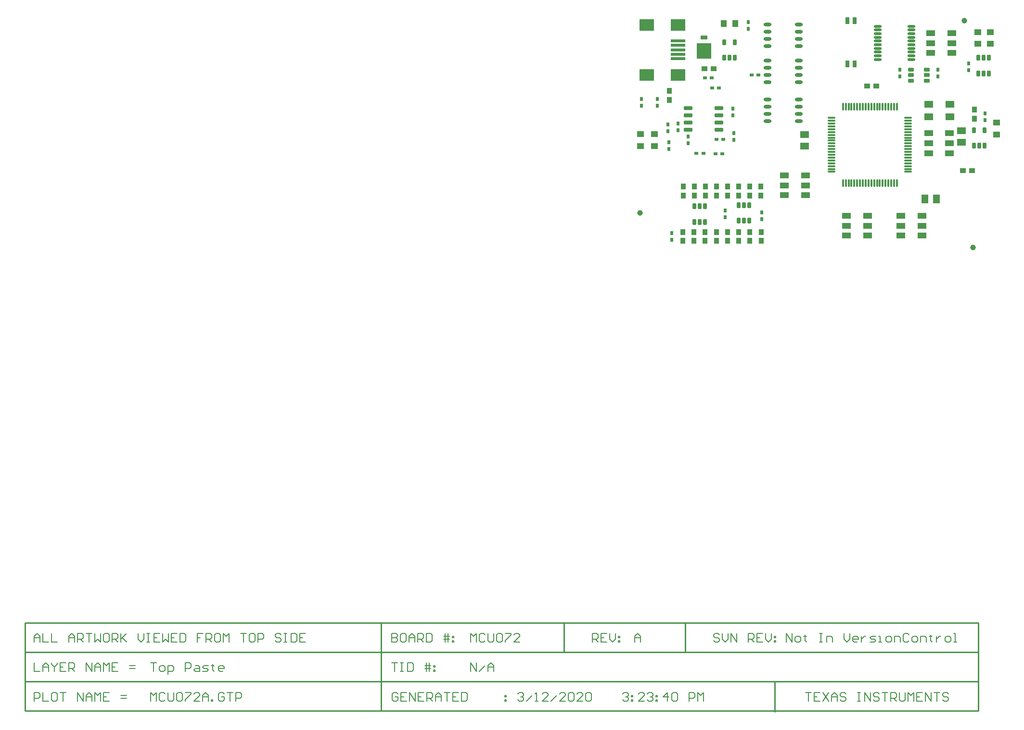
<source format=gtp>
G04*
G04 #@! TF.GenerationSoftware,Altium Limited,Altium Designer,18.1.9 (240)*
G04*
G04 Layer_Color=9021481*
%FSAX44Y44*%
%MOMM*%
G71*
G01*
G75*
%ADD15C,0.2032*%
%ADD24C,0.2540*%
%ADD25R,0.9500X1.0000*%
%ADD26R,1.2000X1.1000*%
%ADD27R,1.2700X0.7620*%
%ADD28R,2.5400X2.6670*%
%ADD29R,2.5000X2.0000*%
%ADD30R,2.5000X0.5000*%
%ADD31R,1.6000X1.0000*%
%ADD32R,1.6000X1.0000*%
%ADD33R,0.7600X1.2700*%
G04:AMPARAMS|DCode=34|XSize=0.6mm|YSize=1.45mm|CornerRadius=0.051mm|HoleSize=0mm|Usage=FLASHONLY|Rotation=90.000|XOffset=0mm|YOffset=0mm|HoleType=Round|Shape=RoundedRectangle|*
%AMROUNDEDRECTD34*
21,1,0.6000,1.3480,0,0,90.0*
21,1,0.4980,1.4500,0,0,90.0*
1,1,0.1020,0.6740,0.2490*
1,1,0.1020,0.6740,-0.2490*
1,1,0.1020,-0.6740,-0.2490*
1,1,0.1020,-0.6740,0.2490*
%
%ADD34ROUNDEDRECTD34*%
%ADD35O,1.4000X0.4500*%
%ADD36O,0.3000X1.4500*%
%ADD37O,1.4500X0.3000*%
%ADD38C,1.0000*%
%ADD39R,1.6000X1.2500*%
G04:AMPARAMS|DCode=40|XSize=0.6mm|YSize=1mm|CornerRadius=0.051mm|HoleSize=0mm|Usage=FLASHONLY|Rotation=90.000|XOffset=0mm|YOffset=0mm|HoleType=Round|Shape=RoundedRectangle|*
%AMROUNDEDRECTD40*
21,1,0.6000,0.8980,0,0,90.0*
21,1,0.4980,1.0000,0,0,90.0*
1,1,0.1020,0.4490,0.2490*
1,1,0.1020,0.4490,-0.2490*
1,1,0.1020,-0.4490,-0.2490*
1,1,0.1020,-0.4490,0.2490*
%
%ADD40ROUNDEDRECTD40*%
G04:AMPARAMS|DCode=41|XSize=0.6mm|YSize=1mm|CornerRadius=0.051mm|HoleSize=0mm|Usage=FLASHONLY|Rotation=180.000|XOffset=0mm|YOffset=0mm|HoleType=Round|Shape=RoundedRectangle|*
%AMROUNDEDRECTD41*
21,1,0.6000,0.8980,0,0,180.0*
21,1,0.4980,1.0000,0,0,180.0*
1,1,0.1020,-0.2490,0.4490*
1,1,0.1020,0.2490,0.4490*
1,1,0.1020,0.2490,-0.4490*
1,1,0.1020,-0.2490,-0.4490*
%
%ADD41ROUNDEDRECTD41*%
%ADD42O,1.3970X0.6000*%
%ADD43R,1.6002X1.2700*%
%ADD44R,0.6000X0.8000*%
%ADD45R,0.8000X0.6000*%
%ADD46R,1.0000X0.9500*%
%ADD47R,1.1000X1.2000*%
%ADD48R,1.2700X1.6002*%
G54D15*
X00322326Y00186814D02*
X00332483D01*
X00327404D01*
Y00171579D01*
X00340100D02*
X00345179D01*
X00347718Y00174118D01*
Y00179196D01*
X00345179Y00181735D01*
X00340100D01*
X00337561Y00179196D01*
Y00174118D01*
X00340100Y00171579D01*
X00352796Y00166500D02*
Y00181735D01*
X00360414D01*
X00362953Y00179196D01*
Y00174118D01*
X00360414Y00171579D01*
X00352796D01*
X00383266D02*
Y00186814D01*
X00390884D01*
X00393423Y00184275D01*
Y00179196D01*
X00390884Y00176657D01*
X00383266D01*
X00401040Y00181735D02*
X00406119D01*
X00408658Y00179196D01*
Y00171579D01*
X00401040D01*
X00398501Y00174118D01*
X00401040Y00176657D01*
X00408658D01*
X00413736Y00171579D02*
X00421354D01*
X00423893Y00174118D01*
X00421354Y00176657D01*
X00416276D01*
X00413736Y00179196D01*
X00416276Y00181735D01*
X00423893D01*
X00431511Y00184275D02*
Y00181735D01*
X00428971D01*
X00434050D01*
X00431511D01*
Y00174118D01*
X00434050Y00171579D01*
X00449285D02*
X00444207D01*
X00441667Y00174118D01*
Y00179196D01*
X00444207Y00181735D01*
X00449285D01*
X00451824Y00179196D01*
Y00176657D01*
X00441667D01*
X01441196Y00223097D02*
Y00238332D01*
X01451353Y00223097D01*
Y00238332D01*
X01458970Y00223097D02*
X01464049D01*
X01466588Y00225636D01*
Y00230714D01*
X01464049Y00233253D01*
X01458970D01*
X01456431Y00230714D01*
Y00225636D01*
X01458970Y00223097D01*
X01474205Y00235793D02*
Y00233253D01*
X01471666D01*
X01476745D01*
X01474205D01*
Y00225636D01*
X01476745Y00223097D01*
X01499597Y00238332D02*
X01504675D01*
X01502136D01*
Y00223097D01*
X01499597D01*
X01504675D01*
X01512293D02*
Y00233253D01*
X01519910D01*
X01522450Y00230714D01*
Y00223097D01*
X01542763Y00238332D02*
Y00228175D01*
X01547841Y00223097D01*
X01552920Y00228175D01*
Y00238332D01*
X01565616Y00223097D02*
X01560537D01*
X01557998Y00225636D01*
Y00230714D01*
X01560537Y00233253D01*
X01565616D01*
X01568155Y00230714D01*
Y00228175D01*
X01557998D01*
X01573233Y00233253D02*
Y00223097D01*
Y00228175D01*
X01575773Y00230714D01*
X01578312Y00233253D01*
X01580851D01*
X01588468Y00223097D02*
X01596086D01*
X01598625Y00225636D01*
X01596086Y00228175D01*
X01591008D01*
X01588468Y00230714D01*
X01591008Y00233253D01*
X01598625D01*
X01603703Y00223097D02*
X01608782D01*
X01606243D01*
Y00233253D01*
X01603703D01*
X01618938Y00223097D02*
X01624017D01*
X01626556Y00225636D01*
Y00230714D01*
X01624017Y00233253D01*
X01618938D01*
X01616399Y00230714D01*
Y00225636D01*
X01618938Y00223097D01*
X01631634D02*
Y00233253D01*
X01639252D01*
X01641791Y00230714D01*
Y00223097D01*
X01657026Y00235793D02*
X01654487Y00238332D01*
X01649409D01*
X01646870Y00235793D01*
Y00225636D01*
X01649409Y00223097D01*
X01654487D01*
X01657026Y00225636D01*
X01664644Y00223097D02*
X01669722D01*
X01672261Y00225636D01*
Y00230714D01*
X01669722Y00233253D01*
X01664644D01*
X01662104Y00230714D01*
Y00225636D01*
X01664644Y00223097D01*
X01677340D02*
Y00233253D01*
X01684957D01*
X01687496Y00230714D01*
Y00223097D01*
X01695114Y00235793D02*
Y00233253D01*
X01692575D01*
X01697653D01*
X01695114D01*
Y00225636D01*
X01697653Y00223097D01*
X01705271Y00233253D02*
Y00223097D01*
Y00228175D01*
X01707810Y00230714D01*
X01710349Y00233253D01*
X01712888D01*
X01723045Y00223097D02*
X01728123D01*
X01730662Y00225636D01*
Y00230714D01*
X01728123Y00233253D01*
X01723045D01*
X01720506Y00230714D01*
Y00225636D01*
X01723045Y00223097D01*
X01735741D02*
X01740819D01*
X01738280D01*
Y00238332D01*
X01735741D01*
X01322829Y00235793D02*
X01320289Y00238332D01*
X01315211D01*
X01312672Y00235793D01*
Y00233253D01*
X01315211Y00230714D01*
X01320289D01*
X01322829Y00228175D01*
Y00225636D01*
X01320289Y00223097D01*
X01315211D01*
X01312672Y00225636D01*
X01327907Y00238332D02*
Y00228175D01*
X01332985Y00223097D01*
X01338064Y00228175D01*
Y00238332D01*
X01343142Y00223097D02*
Y00238332D01*
X01353299Y00223097D01*
Y00238332D01*
X01373612Y00223097D02*
Y00238332D01*
X01381230D01*
X01383769Y00235793D01*
Y00230714D01*
X01381230Y00228175D01*
X01373612D01*
X01378691D02*
X01383769Y00223097D01*
X01399004Y00238332D02*
X01388847D01*
Y00223097D01*
X01399004D01*
X01388847Y00230714D02*
X01393926D01*
X01404082Y00238332D02*
Y00228175D01*
X01409161Y00223097D01*
X01414239Y00228175D01*
Y00238332D01*
X01419317Y00233253D02*
X01421857D01*
Y00230714D01*
X01419317D01*
Y00233253D01*
Y00225636D02*
X01421857D01*
Y00223097D01*
X01419317D01*
Y00225636D01*
X01099820Y00223097D02*
Y00238332D01*
X01107438D01*
X01109977Y00235793D01*
Y00230714D01*
X01107438Y00228175D01*
X01099820D01*
X01104898D02*
X01109977Y00223097D01*
X01125212Y00238332D02*
X01115055D01*
Y00223097D01*
X01125212D01*
X01115055Y00230714D02*
X01120133D01*
X01130290Y00238332D02*
Y00228175D01*
X01135368Y00223097D01*
X01140447Y00228175D01*
Y00238332D01*
X01145525Y00233253D02*
X01148064D01*
Y00230714D01*
X01145525D01*
Y00233253D01*
Y00225636D02*
X01148064D01*
Y00223097D01*
X01145525D01*
Y00225636D01*
X00322326Y00119295D02*
Y00134530D01*
X00327404Y00129452D01*
X00332483Y00134530D01*
Y00119295D01*
X00347718Y00131991D02*
X00345179Y00134530D01*
X00340100D01*
X00337561Y00131991D01*
Y00121834D01*
X00340100Y00119295D01*
X00345179D01*
X00347718Y00121834D01*
X00352796Y00134530D02*
Y00121834D01*
X00355335Y00119295D01*
X00360414D01*
X00362953Y00121834D01*
Y00134530D01*
X00368031Y00131991D02*
X00370570Y00134530D01*
X00375649D01*
X00378188Y00131991D01*
Y00121834D01*
X00375649Y00119295D01*
X00370570D01*
X00368031Y00121834D01*
Y00131991D01*
X00383266Y00134530D02*
X00393423D01*
Y00131991D01*
X00383266Y00121834D01*
Y00119295D01*
X00408658D02*
X00398501D01*
X00408658Y00129452D01*
Y00131991D01*
X00406119Y00134530D01*
X00401040D01*
X00398501Y00131991D01*
X00413736Y00119295D02*
Y00129452D01*
X00418815Y00134530D01*
X00423893Y00129452D01*
Y00119295D01*
Y00126912D01*
X00413736D01*
X00428971Y00119295D02*
Y00121834D01*
X00431511D01*
Y00119295D01*
X00428971D01*
X00451824Y00131991D02*
X00449285Y00134530D01*
X00444207D01*
X00441667Y00131991D01*
Y00121834D01*
X00444207Y00119295D01*
X00449285D01*
X00451824Y00121834D01*
Y00126912D01*
X00446746D01*
X00456903Y00134530D02*
X00467059D01*
X00461981D01*
Y00119295D01*
X00472137D02*
Y00134530D01*
X00479755D01*
X00482294Y00131991D01*
Y00126912D01*
X00479755Y00124373D01*
X00472137D01*
X00968121Y00131991D02*
X00970660Y00134530D01*
X00975739D01*
X00978278Y00131991D01*
Y00129452D01*
X00975739Y00126912D01*
X00973199D01*
X00975739D01*
X00978278Y00124373D01*
Y00121834D01*
X00975739Y00119295D01*
X00970660D01*
X00968121Y00121834D01*
X00983356Y00119295D02*
X00993513Y00129452D01*
X00998591Y00119295D02*
X01003670D01*
X01001130D01*
Y00134530D01*
X00998591Y00131991D01*
X01021444Y00119295D02*
X01011287D01*
X01021444Y00129452D01*
Y00131991D01*
X01018905Y00134530D01*
X01013826D01*
X01011287Y00131991D01*
X01026522Y00119295D02*
X01036679Y00129452D01*
X01051914Y00119295D02*
X01041757D01*
X01051914Y00129452D01*
Y00131991D01*
X01049375Y00134530D01*
X01044296D01*
X01041757Y00131991D01*
X01056992D02*
X01059531Y00134530D01*
X01064610D01*
X01067149Y00131991D01*
Y00121834D01*
X01064610Y00119295D01*
X01059531D01*
X01056992Y00121834D01*
Y00131991D01*
X01082384Y00119295D02*
X01072227D01*
X01082384Y00129452D01*
Y00131991D01*
X01079845Y00134530D01*
X01074766D01*
X01072227Y00131991D01*
X01087462D02*
X01090002Y00134530D01*
X01095080D01*
X01097619Y00131991D01*
Y00121834D01*
X01095080Y00119295D01*
X01090002D01*
X01087462Y00121834D01*
Y00131991D01*
X00757425D02*
X00754885Y00134530D01*
X00749807D01*
X00747268Y00131991D01*
Y00121834D01*
X00749807Y00119295D01*
X00754885D01*
X00757425Y00121834D01*
Y00126912D01*
X00752346D01*
X00772660Y00134530D02*
X00762503D01*
Y00119295D01*
X00772660D01*
X00762503Y00126912D02*
X00767581D01*
X00777738Y00119295D02*
Y00134530D01*
X00787895Y00119295D01*
Y00134530D01*
X00803130D02*
X00792973D01*
Y00119295D01*
X00803130D01*
X00792973Y00126912D02*
X00798052D01*
X00808208Y00119295D02*
Y00134530D01*
X00815826D01*
X00818365Y00131991D01*
Y00126912D01*
X00815826Y00124373D01*
X00808208D01*
X00813287D02*
X00818365Y00119295D01*
X00823443D02*
Y00129452D01*
X00828522Y00134530D01*
X00833600Y00129452D01*
Y00119295D01*
Y00126912D01*
X00823443D01*
X00838678Y00134530D02*
X00848835D01*
X00843757D01*
Y00119295D01*
X00864070Y00134530D02*
X00853913D01*
Y00119295D01*
X00864070D01*
X00853913Y00126912D02*
X00858992D01*
X00869149Y00134530D02*
Y00119295D01*
X00876766D01*
X00879305Y00121834D01*
Y00131991D01*
X00876766Y00134530D01*
X00869149D01*
X00945324Y00129452D02*
X00947863D01*
Y00126912D01*
X00945324D01*
Y00129452D01*
Y00121834D02*
X00947863D01*
Y00119295D01*
X00945324D01*
Y00121834D01*
X00117729Y00223097D02*
Y00233253D01*
X00122807Y00238332D01*
X00127886Y00233253D01*
Y00223097D01*
Y00230714D01*
X00117729D01*
X00132964Y00238332D02*
Y00223097D01*
X00143121D01*
X00148199Y00238332D02*
Y00223097D01*
X00158356D01*
X00178669D02*
Y00233253D01*
X00183748Y00238332D01*
X00188826Y00233253D01*
Y00223097D01*
Y00230714D01*
X00178669D01*
X00193904Y00223097D02*
Y00238332D01*
X00201522D01*
X00204061Y00235793D01*
Y00230714D01*
X00201522Y00228175D01*
X00193904D01*
X00198983D02*
X00204061Y00223097D01*
X00209139Y00238332D02*
X00219296D01*
X00214218D01*
Y00223097D01*
X00224375Y00238332D02*
Y00223097D01*
X00229453Y00228175D01*
X00234531Y00223097D01*
Y00238332D01*
X00247227D02*
X00242149D01*
X00239610Y00235793D01*
Y00225636D01*
X00242149Y00223097D01*
X00247227D01*
X00249766Y00225636D01*
Y00235793D01*
X00247227Y00238332D01*
X00254845Y00223097D02*
Y00238332D01*
X00262462D01*
X00265001Y00235793D01*
Y00230714D01*
X00262462Y00228175D01*
X00254845D01*
X00259923D02*
X00265001Y00223097D01*
X00270080Y00238332D02*
Y00223097D01*
Y00228175D01*
X00280236Y00238332D01*
X00272619Y00230714D01*
X00280236Y00223097D01*
X00300550Y00238332D02*
Y00228175D01*
X00305628Y00223097D01*
X00310707Y00228175D01*
Y00238332D01*
X00315785D02*
X00320863D01*
X00318324D01*
Y00223097D01*
X00315785D01*
X00320863D01*
X00338638Y00238332D02*
X00328481D01*
Y00223097D01*
X00338638D01*
X00328481Y00230714D02*
X00333559D01*
X00343716Y00238332D02*
Y00223097D01*
X00348794Y00228175D01*
X00353873Y00223097D01*
Y00238332D01*
X00369108D02*
X00358951D01*
Y00223097D01*
X00369108D01*
X00358951Y00230714D02*
X00364029D01*
X00374186Y00238332D02*
Y00223097D01*
X00381804D01*
X00384343Y00225636D01*
Y00235793D01*
X00381804Y00238332D01*
X00374186D01*
X00414813D02*
X00404656D01*
Y00230714D01*
X00409734D01*
X00404656D01*
Y00223097D01*
X00419891D02*
Y00238332D01*
X00427509D01*
X00430048Y00235793D01*
Y00230714D01*
X00427509Y00228175D01*
X00419891D01*
X00424970D02*
X00430048Y00223097D01*
X00442744Y00238332D02*
X00437665D01*
X00435126Y00235793D01*
Y00225636D01*
X00437665Y00223097D01*
X00442744D01*
X00445283Y00225636D01*
Y00235793D01*
X00442744Y00238332D01*
X00450361Y00223097D02*
Y00238332D01*
X00455440Y00233253D01*
X00460518Y00238332D01*
Y00223097D01*
X00480832Y00238332D02*
X00490988D01*
X00485910D01*
Y00223097D01*
X00503684Y00238332D02*
X00498606D01*
X00496067Y00235793D01*
Y00225636D01*
X00498606Y00223097D01*
X00503684D01*
X00506223Y00225636D01*
Y00235793D01*
X00503684Y00238332D01*
X00511302Y00223097D02*
Y00238332D01*
X00518919D01*
X00521458Y00235793D01*
Y00230714D01*
X00518919Y00228175D01*
X00511302D01*
X00551929Y00235793D02*
X00549389Y00238332D01*
X00544311D01*
X00541772Y00235793D01*
Y00233253D01*
X00544311Y00230714D01*
X00549389D01*
X00551929Y00228175D01*
Y00225636D01*
X00549389Y00223097D01*
X00544311D01*
X00541772Y00225636D01*
X00557007Y00238332D02*
X00562085D01*
X00559546D01*
Y00223097D01*
X00557007D01*
X00562085D01*
X00569703Y00238332D02*
Y00223097D01*
X00577320D01*
X00579860Y00225636D01*
Y00235793D01*
X00577320Y00238332D01*
X00569703D01*
X00595095D02*
X00584938D01*
Y00223097D01*
X00595095D01*
X00584938Y00230714D02*
X00590016D01*
X01173861Y00223097D02*
Y00233253D01*
X01178939Y00238332D01*
X01184018Y00233253D01*
Y00223097D01*
Y00230714D01*
X01173861D01*
X00885317Y00223097D02*
Y00238332D01*
X00890395Y00233253D01*
X00895474Y00238332D01*
Y00223097D01*
X00910709Y00235793D02*
X00908170Y00238332D01*
X00903091D01*
X00900552Y00235793D01*
Y00225636D01*
X00903091Y00223097D01*
X00908170D01*
X00910709Y00225636D01*
X00915787Y00238332D02*
Y00225636D01*
X00918326Y00223097D01*
X00923405D01*
X00925944Y00225636D01*
Y00238332D01*
X00931022Y00235793D02*
X00933561Y00238332D01*
X00938640D01*
X00941179Y00235793D01*
Y00225636D01*
X00938640Y00223097D01*
X00933561D01*
X00931022Y00225636D01*
Y00235793D01*
X00946257Y00238332D02*
X00956414D01*
Y00235793D01*
X00946257Y00225636D01*
Y00223097D01*
X00971649D02*
X00961492D01*
X00971649Y00233253D01*
Y00235793D01*
X00969110Y00238332D01*
X00964032D01*
X00961492Y00235793D01*
X00746760Y00238332D02*
Y00223097D01*
X00754378D01*
X00756917Y00225636D01*
Y00228175D01*
X00754378Y00230714D01*
X00746760D01*
X00754378D01*
X00756917Y00233253D01*
Y00235793D01*
X00754378Y00238332D01*
X00746760D01*
X00769613D02*
X00764534D01*
X00761995Y00235793D01*
Y00225636D01*
X00764534Y00223097D01*
X00769613D01*
X00772152Y00225636D01*
Y00235793D01*
X00769613Y00238332D01*
X00777230Y00223097D02*
Y00233253D01*
X00782309Y00238332D01*
X00787387Y00233253D01*
Y00223097D01*
Y00230714D01*
X00777230D01*
X00792465Y00223097D02*
Y00238332D01*
X00800083D01*
X00802622Y00235793D01*
Y00230714D01*
X00800083Y00228175D01*
X00792465D01*
X00797544D02*
X00802622Y00223097D01*
X00807700Y00238332D02*
Y00223097D01*
X00815318D01*
X00817857Y00225636D01*
Y00235793D01*
X00815318Y00238332D01*
X00807700D01*
X00840710Y00223097D02*
Y00238332D01*
X00845788D02*
Y00223097D01*
X00838170Y00233253D02*
X00845788D01*
X00848327D01*
X00838170Y00228175D02*
X00848327D01*
X00853406Y00233253D02*
X00855945D01*
Y00230714D01*
X00853406D01*
Y00233253D01*
Y00225636D02*
X00855945D01*
Y00223097D01*
X00853406D01*
Y00225636D01*
X00117729Y00186814D02*
Y00171579D01*
X00127886D01*
X00132964D02*
Y00181735D01*
X00138042Y00186814D01*
X00143121Y00181735D01*
Y00171579D01*
Y00179196D01*
X00132964D01*
X00148199Y00186814D02*
Y00184275D01*
X00153278Y00179196D01*
X00158356Y00184275D01*
Y00186814D01*
X00153278Y00179196D02*
Y00171579D01*
X00173591Y00186814D02*
X00163434D01*
Y00171579D01*
X00173591D01*
X00163434Y00179196D02*
X00168513D01*
X00178669Y00171579D02*
Y00186814D01*
X00186287D01*
X00188826Y00184275D01*
Y00179196D01*
X00186287Y00176657D01*
X00178669D01*
X00183748D02*
X00188826Y00171579D01*
X00209139D02*
Y00186814D01*
X00219296Y00171579D01*
Y00186814D01*
X00224375Y00171579D02*
Y00181735D01*
X00229453Y00186814D01*
X00234531Y00181735D01*
Y00171579D01*
Y00179196D01*
X00224375D01*
X00239610Y00171579D02*
Y00186814D01*
X00244688Y00181735D01*
X00249766Y00186814D01*
Y00171579D01*
X00265001Y00186814D02*
X00254845D01*
Y00171579D01*
X00265001D01*
X00254845Y00179196D02*
X00259923D01*
X00285315Y00176657D02*
X00295471D01*
X00285315Y00181735D02*
X00295471D01*
X00117729Y00119295D02*
Y00134530D01*
X00125346D01*
X00127886Y00131991D01*
Y00126912D01*
X00125346Y00124373D01*
X00117729D01*
X00132964Y00134530D02*
Y00119295D01*
X00143121D01*
X00155817Y00134530D02*
X00150738D01*
X00148199Y00131991D01*
Y00121834D01*
X00150738Y00119295D01*
X00155817D01*
X00158356Y00121834D01*
Y00131991D01*
X00155817Y00134530D01*
X00163434D02*
X00173591D01*
X00168513D01*
Y00119295D01*
X00193904D02*
Y00134530D01*
X00204061Y00119295D01*
Y00134530D01*
X00209139Y00119295D02*
Y00129452D01*
X00214218Y00134530D01*
X00219296Y00129452D01*
Y00119295D01*
Y00126912D01*
X00209139D01*
X00224375Y00119295D02*
Y00134530D01*
X00229453Y00129452D01*
X00234531Y00134530D01*
Y00119295D01*
X00249766Y00134530D02*
X00239610D01*
Y00119295D01*
X00249766D01*
X00239610Y00126912D02*
X00244688D01*
X00270080Y00124373D02*
X00280236D01*
X00270080Y00129452D02*
X00280236D01*
X01153287Y00131991D02*
X01155826Y00134530D01*
X01160904D01*
X01163444Y00131991D01*
Y00129452D01*
X01160904Y00126912D01*
X01158365D01*
X01160904D01*
X01163444Y00124373D01*
Y00121834D01*
X01160904Y00119295D01*
X01155826D01*
X01153287Y00121834D01*
X01168522Y00129452D02*
X01171061D01*
Y00126912D01*
X01168522D01*
Y00129452D01*
Y00121834D02*
X01171061D01*
Y00119295D01*
X01168522D01*
Y00121834D01*
X01191375Y00119295D02*
X01181218D01*
X01191375Y00129452D01*
Y00131991D01*
X01188836Y00134530D01*
X01183757D01*
X01181218Y00131991D01*
X01196453D02*
X01198992Y00134530D01*
X01204071D01*
X01206610Y00131991D01*
Y00129452D01*
X01204071Y00126912D01*
X01201531D01*
X01204071D01*
X01206610Y00124373D01*
Y00121834D01*
X01204071Y00119295D01*
X01198992D01*
X01196453Y00121834D01*
X01211688Y00129452D02*
X01214227D01*
Y00126912D01*
X01211688D01*
Y00129452D01*
Y00121834D02*
X01214227D01*
Y00119295D01*
X01211688D01*
Y00121834D01*
X01232001Y00119295D02*
Y00134530D01*
X01224384Y00126912D01*
X01234541D01*
X01239619Y00131991D02*
X01242158Y00134530D01*
X01247237D01*
X01249776Y00131991D01*
Y00121834D01*
X01247237Y00119295D01*
X01242158D01*
X01239619Y00121834D01*
Y00131991D01*
X01270089Y00119295D02*
Y00134530D01*
X01277707D01*
X01280246Y00131991D01*
Y00126912D01*
X01277707Y00124373D01*
X01270089D01*
X01285324Y00119295D02*
Y00134530D01*
X01290403Y00129452D01*
X01295481Y00134530D01*
Y00119295D01*
X01474470Y00134530D02*
X01484627D01*
X01479548D01*
Y00119295D01*
X01499862Y00134530D02*
X01489705D01*
Y00119295D01*
X01499862D01*
X01489705Y00126912D02*
X01494783D01*
X01504940Y00134530D02*
X01515097Y00119295D01*
Y00134530D02*
X01504940Y00119295D01*
X01520175D02*
Y00129452D01*
X01525254Y00134530D01*
X01530332Y00129452D01*
Y00119295D01*
Y00126912D01*
X01520175D01*
X01545567Y00131991D02*
X01543028Y00134530D01*
X01537950D01*
X01535410Y00131991D01*
Y00129452D01*
X01537950Y00126912D01*
X01543028D01*
X01545567Y00124373D01*
Y00121834D01*
X01543028Y00119295D01*
X01537950D01*
X01535410Y00121834D01*
X01565880Y00134530D02*
X01570959D01*
X01568420D01*
Y00119295D01*
X01565880D01*
X01570959D01*
X01578576D02*
Y00134530D01*
X01588733Y00119295D01*
Y00134530D01*
X01603968Y00131991D02*
X01601429Y00134530D01*
X01596351D01*
X01593811Y00131991D01*
Y00129452D01*
X01596351Y00126912D01*
X01601429D01*
X01603968Y00124373D01*
Y00121834D01*
X01601429Y00119295D01*
X01596351D01*
X01593811Y00121834D01*
X01609046Y00134530D02*
X01619203D01*
X01614125D01*
Y00119295D01*
X01624281D02*
Y00134530D01*
X01631899D01*
X01634438Y00131991D01*
Y00126912D01*
X01631899Y00124373D01*
X01624281D01*
X01629360D02*
X01634438Y00119295D01*
X01639517Y00134530D02*
Y00121834D01*
X01642056Y00119295D01*
X01647134D01*
X01649673Y00121834D01*
Y00134530D01*
X01654752Y00119295D02*
Y00134530D01*
X01659830Y00129452D01*
X01664908Y00134530D01*
Y00119295D01*
X01680143Y00134530D02*
X01669987D01*
Y00119295D01*
X01680143D01*
X01669987Y00126912D02*
X01675065D01*
X01685222Y00119295D02*
Y00134530D01*
X01695379Y00119295D01*
Y00134530D01*
X01700457D02*
X01710614D01*
X01705535D01*
Y00119295D01*
X01725849Y00131991D02*
X01723309Y00134530D01*
X01718231D01*
X01715692Y00131991D01*
Y00129452D01*
X01718231Y00126912D01*
X01723309D01*
X01725849Y00124373D01*
Y00121834D01*
X01723309Y00119295D01*
X01718231D01*
X01715692Y00121834D01*
X00746760Y00186685D02*
X00756917D01*
X00751838D01*
Y00171450D01*
X00761995Y00186685D02*
X00767073D01*
X00764534D01*
Y00171450D01*
X00761995D01*
X00767073D01*
X00774691Y00186685D02*
Y00171450D01*
X00782309D01*
X00784848Y00173989D01*
Y00184146D01*
X00782309Y00186685D01*
X00774691D01*
X00807700Y00171450D02*
Y00186685D01*
X00812779D02*
Y00171450D01*
X00805161Y00181607D02*
X00812779D01*
X00815318D01*
X00805161Y00176528D02*
X00815318D01*
X00820396Y00181607D02*
X00822935D01*
Y00179067D01*
X00820396D01*
Y00181607D01*
Y00173989D02*
X00822935D01*
Y00171450D01*
X00820396D01*
Y00173989D01*
X00885317Y00171450D02*
Y00186685D01*
X00895474Y00171450D01*
Y00186685D01*
X00900552Y00171450D02*
X00910709Y00181607D01*
X00915787Y00171450D02*
Y00181607D01*
X00920865Y00186685D01*
X00925944Y00181607D01*
Y00171450D01*
Y00179067D01*
X00915787D01*
G54D24*
X01262888Y00205020D02*
Y00256667D01*
X01049528Y00205020D02*
Y00256667D01*
X00101600Y00205020D02*
X01778508D01*
X00101600Y00153374D02*
X01778000D01*
X00101600Y00101727D02*
X01118870D01*
X00101727Y00256667D02*
X01778508D01*
X00101727Y00101727D02*
Y00256667D01*
Y00101727D02*
X00501904D01*
X00101600D02*
Y00256667D01*
X00727710Y00101727D02*
Y00256667D01*
X01778508Y00101727D02*
Y00256667D01*
X01118870Y00101727D02*
X01778508D01*
X01420876Y00100076D02*
Y00151596D01*
G54D25*
X01357116Y00929666D02*
D03*
Y00945666D02*
D03*
X01337449Y00929666D02*
D03*
Y00945666D02*
D03*
X01395704Y01009422D02*
D03*
Y01025422D02*
D03*
X01396467Y00945666D02*
D03*
Y00929666D02*
D03*
X01337466Y01009422D02*
D03*
Y01025422D02*
D03*
X01356879D02*
D03*
Y01009422D02*
D03*
X01235431Y01194332D02*
D03*
Y01178332D02*
D03*
X01771879Y01160867D02*
D03*
Y01144867D02*
D03*
X01317799Y00929666D02*
D03*
Y00945666D02*
D03*
X01259815Y01009422D02*
D03*
Y01025422D02*
D03*
X01318053Y01009422D02*
D03*
Y01025422D02*
D03*
X01298132Y00945666D02*
D03*
Y00929666D02*
D03*
X01279227Y01009422D02*
D03*
Y01025422D02*
D03*
X01376800Y00945666D02*
D03*
Y00929666D02*
D03*
X01376292Y01009422D02*
D03*
Y01025422D02*
D03*
X01298640Y01009422D02*
D03*
Y01025422D02*
D03*
X01278465Y00945666D02*
D03*
Y00929666D02*
D03*
X01258799Y00945666D02*
D03*
Y00929666D02*
D03*
G54D26*
X01799819Y01297924D02*
D03*
Y01276924D02*
D03*
X01777721Y01297924D02*
D03*
Y01276924D02*
D03*
X01810487Y01138321D02*
D03*
Y01117321D02*
D03*
X01209266Y01117746D02*
D03*
Y01096746D02*
D03*
X01184680Y01117702D02*
D03*
Y01096702D02*
D03*
G54D27*
X01296440Y01288146D02*
D03*
G54D28*
Y01264778D02*
D03*
G54D29*
X01195636Y01222562D02*
D03*
Y01310562D02*
D03*
X01250636Y01222562D02*
D03*
Y01310562D02*
D03*
G54D30*
Y01250562D02*
D03*
Y01258562D02*
D03*
Y01266562D02*
D03*
Y01274562D02*
D03*
Y01282562D02*
D03*
G54D31*
X01437403Y01010336D02*
D03*
Y01027836D02*
D03*
Y01045336D02*
D03*
X01474403D02*
D03*
Y01027836D02*
D03*
Y01010336D02*
D03*
X01695213Y01295789D02*
D03*
Y01278288D02*
D03*
Y01260788D02*
D03*
X01732213D02*
D03*
Y01278288D02*
D03*
Y01295789D02*
D03*
X01642381Y00974080D02*
D03*
Y00956580D02*
D03*
Y00939080D02*
D03*
X01679381D02*
D03*
Y00956580D02*
D03*
Y00974080D02*
D03*
X01546648D02*
D03*
Y00956580D02*
D03*
Y00939080D02*
D03*
X01583648D02*
D03*
Y00956580D02*
D03*
Y00974080D02*
D03*
G54D32*
X01728149Y01119389D02*
D03*
Y01101889D02*
D03*
Y01084389D02*
D03*
X01691149D02*
D03*
Y01101889D02*
D03*
Y01119389D02*
D03*
G54D33*
X01548638Y01317752D02*
D03*
X01561338D02*
D03*
Y01241552D02*
D03*
X01548638D02*
D03*
G54D34*
X01322420Y01125332D02*
D03*
Y01138032D02*
D03*
Y01150732D02*
D03*
Y01163432D02*
D03*
X01267920Y01125332D02*
D03*
Y01138032D02*
D03*
Y01150732D02*
D03*
Y01163432D02*
D03*
G54D35*
X01660917Y01249538D02*
D03*
Y01256038D02*
D03*
Y01262538D02*
D03*
Y01269038D02*
D03*
Y01275538D02*
D03*
Y01282038D02*
D03*
Y01288538D02*
D03*
Y01295038D02*
D03*
Y01301538D02*
D03*
Y01308038D02*
D03*
X01601917Y01249538D02*
D03*
Y01256038D02*
D03*
Y01262538D02*
D03*
Y01269038D02*
D03*
Y01275538D02*
D03*
Y01282038D02*
D03*
Y01288538D02*
D03*
Y01295038D02*
D03*
Y01301538D02*
D03*
Y01308038D02*
D03*
G54D36*
X01540537Y01166400D02*
D03*
X01545537D02*
D03*
X01550537D02*
D03*
X01555537D02*
D03*
X01560537D02*
D03*
X01565537D02*
D03*
X01570537D02*
D03*
X01575537D02*
D03*
X01580537D02*
D03*
X01585537D02*
D03*
X01590537D02*
D03*
X01595537D02*
D03*
X01600537D02*
D03*
X01605537D02*
D03*
X01610537D02*
D03*
X01615537D02*
D03*
X01620537D02*
D03*
X01625537D02*
D03*
X01630537D02*
D03*
X01635537D02*
D03*
Y01031900D02*
D03*
X01630537D02*
D03*
X01625537D02*
D03*
X01620537D02*
D03*
X01615537D02*
D03*
X01610537D02*
D03*
X01605537D02*
D03*
X01600537D02*
D03*
X01595537D02*
D03*
X01590537D02*
D03*
X01585537D02*
D03*
X01580537D02*
D03*
X01575537D02*
D03*
X01570537D02*
D03*
X01565537D02*
D03*
X01560537D02*
D03*
X01555537D02*
D03*
X01550537D02*
D03*
X01545537D02*
D03*
X01540537D02*
D03*
G54D37*
X01655287Y01146650D02*
D03*
Y01141650D02*
D03*
Y01136650D02*
D03*
Y01131650D02*
D03*
Y01126650D02*
D03*
Y01121650D02*
D03*
Y01116650D02*
D03*
Y01111650D02*
D03*
Y01106650D02*
D03*
Y01101650D02*
D03*
Y01096650D02*
D03*
Y01091650D02*
D03*
Y01086650D02*
D03*
Y01081650D02*
D03*
Y01076650D02*
D03*
Y01071650D02*
D03*
Y01066650D02*
D03*
Y01061650D02*
D03*
Y01056650D02*
D03*
Y01051650D02*
D03*
X01520787D02*
D03*
Y01056650D02*
D03*
Y01061650D02*
D03*
Y01066650D02*
D03*
Y01071650D02*
D03*
Y01076650D02*
D03*
Y01081650D02*
D03*
Y01086650D02*
D03*
Y01091650D02*
D03*
Y01096650D02*
D03*
Y01101650D02*
D03*
Y01106650D02*
D03*
Y01111650D02*
D03*
Y01116650D02*
D03*
Y01121650D02*
D03*
Y01126650D02*
D03*
Y01131650D02*
D03*
Y01136650D02*
D03*
Y01141650D02*
D03*
Y01146650D02*
D03*
G54D38*
X01754099Y01318158D02*
D03*
X01183361Y00978814D02*
D03*
X01769593Y00918616D02*
D03*
G54D39*
X01728487Y01148364D02*
D03*
X01691487D02*
D03*
Y01170364D02*
D03*
X01728487D02*
D03*
G54D40*
X01687737Y01231418D02*
D03*
Y01221918D02*
D03*
Y01212418D02*
D03*
X01660237D02*
D03*
Y01221918D02*
D03*
Y01231418D02*
D03*
G54D41*
X01356903Y00965284D02*
D03*
X01366403D02*
D03*
X01375903D02*
D03*
Y00992784D02*
D03*
X01366403D02*
D03*
X01356903D02*
D03*
X01771015Y01125092D02*
D03*
X01790015D02*
D03*
Y01097592D02*
D03*
X01780515D02*
D03*
X01771015D02*
D03*
X01331390Y01252552D02*
D03*
X01340890D02*
D03*
X01350390D02*
D03*
Y01280052D02*
D03*
X01331390D02*
D03*
X01778611Y01252372D02*
D03*
X01788111D02*
D03*
X01797611D02*
D03*
Y01224872D02*
D03*
X01788111D02*
D03*
X01778611D02*
D03*
X01279042Y00990888D02*
D03*
X01288542D02*
D03*
X01298042D02*
D03*
Y00963388D02*
D03*
X01288542D02*
D03*
X01279042D02*
D03*
G54D42*
X01462888Y01140612D02*
D03*
Y01153312D02*
D03*
Y01166012D02*
D03*
Y01178712D02*
D03*
X01407770Y01140612D02*
D03*
Y01153312D02*
D03*
Y01166012D02*
D03*
Y01178712D02*
D03*
X01462689Y01272912D02*
D03*
Y01285612D02*
D03*
Y01298312D02*
D03*
Y01311012D02*
D03*
X01407571Y01272912D02*
D03*
Y01285612D02*
D03*
Y01298312D02*
D03*
Y01311012D02*
D03*
X01462689Y01209412D02*
D03*
Y01222112D02*
D03*
Y01234812D02*
D03*
Y01247512D02*
D03*
X01407571Y01209412D02*
D03*
Y01222112D02*
D03*
Y01234812D02*
D03*
Y01247512D02*
D03*
G54D43*
X01472921Y01097178D02*
D03*
Y01117498D02*
D03*
X01748765Y01123788D02*
D03*
Y01103468D02*
D03*
G54D44*
X01790167Y01142172D02*
D03*
Y01154172D02*
D03*
X01239320Y00931666D02*
D03*
Y00943666D02*
D03*
X01373910Y01303482D02*
D03*
Y01315482D02*
D03*
X01234161Y01103432D02*
D03*
Y01091432D02*
D03*
X01761998Y01230472D02*
D03*
Y01242472D02*
D03*
X01346860Y01162802D02*
D03*
Y01150802D02*
D03*
X01232940Y01135142D02*
D03*
Y01123142D02*
D03*
X01348510Y01107902D02*
D03*
Y01119902D02*
D03*
X01185950Y01179592D02*
D03*
Y01167592D02*
D03*
X01707871Y01231702D02*
D03*
Y01219702D02*
D03*
X01397483Y00968242D02*
D03*
Y00980242D02*
D03*
X01332967Y00983798D02*
D03*
Y00971798D02*
D03*
X01267972Y01102100D02*
D03*
Y01114100D02*
D03*
X01250417Y01124960D02*
D03*
Y01136960D02*
D03*
X01213841Y01167632D02*
D03*
Y01179632D02*
D03*
X01641069Y01219702D02*
D03*
Y01231702D02*
D03*
G54D45*
X01298060Y01216772D02*
D03*
X01310060D02*
D03*
X01310760Y01198992D02*
D03*
X01322760D02*
D03*
X01318331Y01108862D02*
D03*
X01330331D02*
D03*
X01282861Y01083802D02*
D03*
X01294861D02*
D03*
X01379542Y01222054D02*
D03*
X01391542D02*
D03*
X01328045Y01082954D02*
D03*
X01316045D02*
D03*
G54D46*
X01297330Y01233282D02*
D03*
X01313330D02*
D03*
X01583031Y01202842D02*
D03*
X01599031D02*
D03*
X01767433Y01053744D02*
D03*
X01751433D02*
D03*
G54D47*
X01330487Y01312966D02*
D03*
X01351487D02*
D03*
G54D48*
X01684757Y01003452D02*
D03*
X01705077D02*
D03*
M02*

</source>
